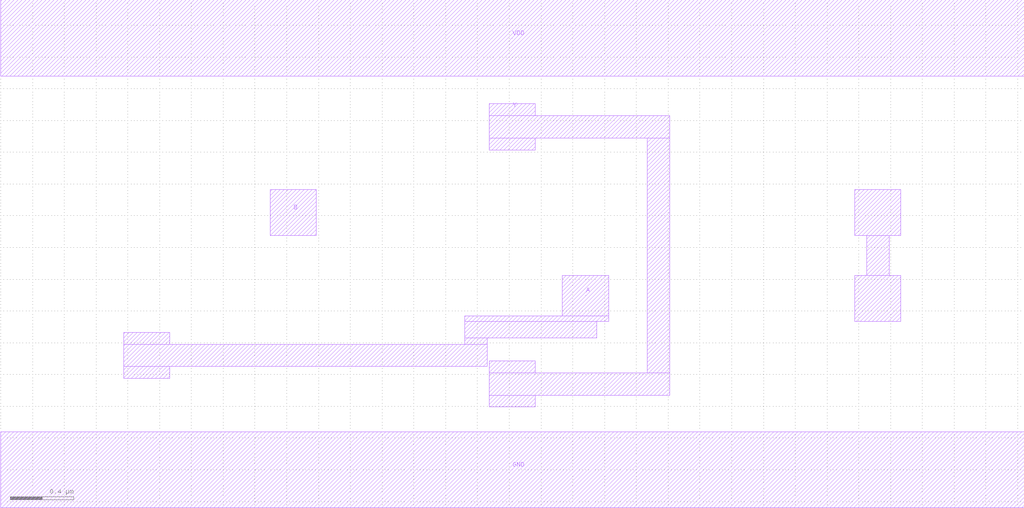
<source format=lef>
MACRO XNOR2X1
 CLASS CORE ;
 ORIGIN 0 0 ;
 FOREIGN XNOR2X1 0 0 ;
 SITE CORE ;
 SYMMETRY X Y R90 ;
  PIN VDD
   DIRECTION INOUT ;
   USE SIGNAL ;
   SHAPE ABUTMENT ;
    PORT
     CLASS CORE ;
       LAYER metal2 ;
        RECT 0.00000000 2.48000000 6.44000000 2.96000000 ;
    END
  END VDD

  PIN GND
   DIRECTION INOUT ;
   USE SIGNAL ;
   SHAPE ABUTMENT ;
    PORT
     CLASS CORE ;
       LAYER metal2 ;
        RECT 0.00000000 -0.24000000 6.44000000 0.24000000 ;
    END
  END GND

  PIN Y
   DIRECTION INOUT ;
   USE SIGNAL ;
   SHAPE ABUTMENT ;
    PORT
     CLASS CORE ;
       LAYER metal2 ;
        RECT 3.07500000 0.39500000 3.36500000 0.47000000 ;
        RECT 3.07500000 0.47000000 4.21000000 0.61000000 ;
        RECT 3.07500000 0.61000000 3.36500000 0.68500000 ;
        RECT 3.07500000 2.01500000 3.36500000 2.09000000 ;
        RECT 4.07000000 0.61000000 4.21000000 2.09000000 ;
        RECT 3.07500000 2.09000000 4.21000000 2.23000000 ;
        RECT 3.07500000 2.23000000 3.36500000 2.30500000 ;
    END
  END Y

  PIN A
   DIRECTION INOUT ;
   USE SIGNAL ;
   SHAPE ABUTMENT ;
    PORT
     CLASS CORE ;
       LAYER metal2 ;
        RECT 0.77500000 0.57500000 1.06500000 0.65000000 ;
        RECT 0.77500000 0.65000000 3.06000000 0.79000000 ;
        RECT 2.92000000 0.79000000 3.06000000 0.83000000 ;
        RECT 0.77500000 0.79000000 1.06500000 0.86500000 ;
        RECT 2.92000000 0.83000000 3.75000000 0.93500000 ;
        RECT 2.92000000 0.93500000 3.82500000 0.97000000 ;
        RECT 3.53500000 0.97000000 3.82500000 1.22500000 ;
    END
  END A

  PIN B
   DIRECTION INOUT ;
   USE SIGNAL ;
   SHAPE ABUTMENT ;
    PORT
     CLASS CORE ;
       LAYER metal2 ;
        RECT 5.37500000 0.93500000 5.66500000 1.22500000 ;
        RECT 5.45000000 1.22500000 5.59000000 1.47500000 ;
        RECT 5.37500000 1.47500000 5.66500000 1.76500000 ;
       LAYER metal2 ;
        RECT 1.69500000 1.47500000 1.98500000 1.76500000 ;
    END
  END B


END XNOR2X1

</source>
